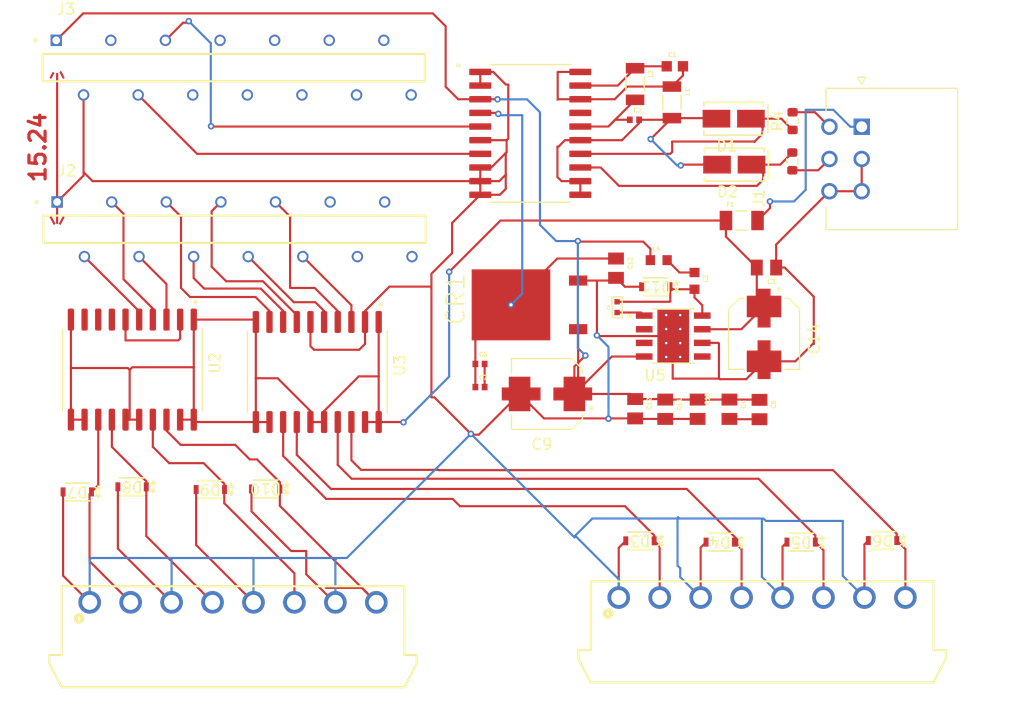
<source format=kicad_pcb>
(kicad_pcb (version 20241229) (generator "pcbnew") (generator_version "9.0")
  (layers (0 "F.Cu" signal) (2 "B.Cu" signal) (13 "F.Paste" user) (15 "B.Paste" user) (5 "F.SilkS" user "F.Silkscreen") (7 "B.SilkS" user "B.Silkscreen") (1 "F.Mask" user) (3 "B.Mask" user) (25 "Edge.Cuts" user))
  (net 0 "")
  (net 1 "/GNDCanx")
  (net 2 "/VCC50CANx")
  (net 3 "/VCC50CAN")
  (net 4 "/GNDCan")
  (net 5 "+5")
  (net 6 "+3.3")
  (net 7 "/CaNHi")
  (net 8 "/CaNLi")
  (net 9 "Net-(D3-K)")
  (net 10 "GND")
  (net 11 "Net-(D4-K)")
  (net 12 "Net-(D5-K)")
  (net 13 "Net-(D6-K)")
  (net 14 "Net-(D7-K)")
  (net 15 "Net-(D8-K)")
  (net 16 "Net-(D9-K)")
  (net 17 "Net-(D10-K)")
  (net 18 "Net-(D11-K)")
  (net 19 "+12")
  (net 20 "Net-(F1-Pad2)")
  (net 21 "/CaNL")
  (net 22 "/CaNH")
  (net 23 "/CANRX")
  (net 24 "/CANTX")
  (net 25 "/AuxCAN")
  (net 28 "Net-(U5-BOOT)")
  (net 30 "Net-(C4-Pad2)")
  (net 31 "Net-(L3-Pad1)")
  (net 32 "Net-(U2-GND1{slash}2)")
  (net 34 "Net-(U2-IN2)")
  (net 37 "Net-(U2-IN1)")
  (net 38 "Net-(U2-ST1{slash}2)")
  (net 39 "Net-(U3-IN3)")
  (net 40 "Net-(U3-ST1{slash}2)")
  (net 41 "Net-(U3-IN4)")
  (net 42 "Net-(U3-ST3{slash}4)")
  (net 43 "Net-(U3-IN1)")
  (net 44 "Net-(U3-IN2)")
  (footprint "Resistor_SMD:R_0603_1608Metric" (layer "F.Cu") (at 137.2046 82.375 -90)
    (property "Reference" "R3" (hide yes))
    (property "Value" "10R")
  )
  (footprint "LQM18FN100M00D:INDC1608X90N" (layer "F.Cu") (at 128.1016 93.4906 -90)
    (property "Reference" "L3")
    (property "Value" "L")
  )
  (footprint "RRE02VTM4SFHTR:DIO_RRE02VSM_ROM" (layer "F.Cu") (at 138.025 117.8 180)
    (property "Reference" "D5")
    (property "Value" "D")
  )
  (footprint "691305340008:691305340008" (layer "F.Cu") (at 85.165 123.4)
    (property "Reference" "J4" (hide yes))
    (property "Value" "691305340008")
  )
  (footprint "LQM18FN100M00D:INDC1608X90N" (layer "F.Cu") (at 124.7766 91.5606)
    (property "Reference" "L4")
    (property "Value" "L")
  )
  (footprint "Resistor_SMD:R_0603_1608Metric" (layer "F.Cu") (at 137.2296 78.625 90)
    (property "Reference" "R4")
    (property "Value" "R8" (hide yes))
  )
  (footprint "RRE02VTM4SFHTR:DIO_RRE02VSM_ROM" (layer "F.Cu") (at 124.5016 94.0356 180)
    (property "Reference" "D11")
    (property "Value" "D")
  )
  (footprint "Cap10U:CAPC2012X145N" (layer "F.Cu") (at 122.5766 105.3856 -90)
    (property "Reference" "C12")
    (property "Value" "C")
  )
  (footprint "C1F-5:FUSC3215X83N" (layer "F.Cu") (at 132.5 87.875)
    (property "Reference" "F1")
    (property "Value" "Fuse")
  )
  (footprint "Cap10U:CAPC2012X145N" (layer "F.Cu") (at 131.3516 105.4356 -90)
    (property "Reference" "C4")
    (property "Value" "10U")
  )
  (footprint "GRT155C80J105KE01J:CAPC1005X55N" (layer "F.Cu") (at 122.518 78.5)
    (property "Reference" "C2")
    (property "Value" "1U")
  )
  (footprint "BTS716GB:SOIC127P1032X265-20N" (layer "F.Cu") (at 75.8 101.7475 -90)
    (property "Reference" "U2")
    (property "Value" "BTS716GB")
  )
  (footprint "EEEFT1V101AV:CAP_EEEFT1V101AV" (layer "F.Cu") (at 134.575 98.425 -90)
    (property "Reference" "C14")
    (property "Value" "C_Polarized_US" (hide yes))
  )
  (footprint "Cap10U:CAPC2012X145N" (layer "F.Cu") (at 128.3926 105.4356 -90)
    (property "Reference" "C10")
    (property "Value" "C")
  )
  (footprint "LM22676MRE-5.0_NOPB:VREG_LM5017MR_NOPB" (layer "F.Cu") (at 126.125 98.625)
    (property "Reference" "U5")
    (property "Value" "LM22676MRE-5.0/NOPB" (hide yes))
  )
  (footprint "RRE02VTM4SFHTR:DIO_RRE02VSM_ROM" (layer "F.Cu") (at 130.5 117.8 180)
    (property "Reference" "D4")
    (property "Value" "D")
  )
  (footprint "BCS:SAMTEC_BCS-114-L-S-PE-BE" (layer "F.Cu") (at 85.23 73.65)
    (property "Reference" "J3")
    (property "Value" "BCS-114-L-S-PE-BE" (hide yes))
  )
  (footprint "BTS716GB:SOIC127P1032X265-20N" (layer "F.Cu") (at 93.005 101.97 -90)
    (property "Reference" "U3")
    (property "Value" "BTS716GB")
  )
  (footprint "691305340008:691305340008" (layer "F.Cu") (at 134.39 122.95)
    (property "Reference" "J5" (hide yes))
    (property "Value" "691305340008")
  )
  (footprint "WCAP-CSGP_0402:WCAP-CSGP_0402" (layer "F.Cu") (at 120.9016 95.9356 90)
    (property "Reference" "C8")
    (property "Value" "100N")
  )
  (footprint "RRE02VTM4SFHTR:DIO_RRE02VSM_ROM" (layer "F.Cu") (at 75.775 112.65 180)
    (property "Reference" "D8")
    (property "Value" "D")
  )
  (footprint "BCS:SAMTEC_BCS-114-L-S-PE-BE" (layer "F.Cu") (at 85.31 88.69)
    (property "Reference" "J2")
    (property "Value" "BCS-114-L-S-PE-BE" (hide yes))
  )
  (footprint "SMAJ36CA:SMASERIES-M" (layer "F.Cu") (at 131.75 78.4 180)
    (property "Reference" "D1")
    (property "Value" "SMAJ36CA" (hide yes))
  )
  (footprint "MolexConnector:MOLEX_430450601" (layer "F.Cu") (at 143.66075 79.15 90)
    (property "Reference" "J1")
    (property "Value" "430450601" (hide yes))
  )
  (footprint "GRT155C80J105KE01J:CAPC1005X55N" (layer "F.Cu") (at 108.1462 101.2212)
    (property "Reference" "C6")
    (property "Value" "1U")
  )
  (footprint "RN73C2B100RBTDF:RESC3015X65N" (layer "F.Cu") (at 122.575 75.175 -90)
    (property "Reference" "L2")
    (property "Value" "100BR")
  )
  (footprint "Cap10U:CAPC2012X145N" (layer "F.Cu") (at 134.1516 105.4606 -90)
    (property "Reference" "C5")
    (property "Value" "10U")
  )
  (footprint "Cap10U:CAPC2012X145N" (layer "F.Cu") (at 134.8 92.25 180)
    (property "Reference" "C3")
    (property "Value" "C")
  )
  (footprint "GRT155C80J105KE01J:CAPC1005X55N" (layer "F.Cu") (at 108.1462 103.3712)
    (property "Reference" "C7")
    (property "Value" "1U")
  )
  (footprint "SMAJ36CA:SMASERIES-M" (layer "F.Cu") (at 131.8046 82.675 180)
    (property "Reference" "D2")
    (property "Value" "SMAJ36CA" (hide yes))
  )
  (footprint "RRE02VTM4SFHTR:DIO_RRE02VSM_ROM" (layer "F.Cu") (at 70.675 113.125 180)
    (property "Reference" "D7")
    (property "Value" "D")
  )
  (footprint "Cap10U:CAPC2012X145N" (layer "F.Cu") (at 125.3766 105.4356 -90)
    (property "Reference" "C11")
    (property "Value" "C")
  )
  (footprint "RRE02VTM4SFHTR:DIO_RRE02VSM_ROM" (layer "F.Cu") (at 83.0542 112.9 180)
    (property "Reference" "D9")
    (property "Value" "D")
  )
  (footprint "GRM188R61E475KE11D:CAPC1608X95N" (layer "F.Cu") (at 126.275 73.525)
    (property "Reference" "C1")
    (property "Value" "4U7")
  )
  (footprint "LF33CDT-TR:TO228P972X240-3N" (layer "F.Cu") (at 111.1806 95.7212 90)
    (property "Reference" "CR1")
    (property "Value" "LF33CDT-TR" (hide yes))
  )
  (footprint "EEEFT1V101AV:CAP_EEEFT1V101AV" (layer "F.Cu") (at 114.3766 104.0106 180)
    (property "Reference" "C9")
    (property "Value" "C_Polarized_US" (hide yes))
  )
  (footprint "RRE02VTM4SFHTR:DIO_RRE02VSM_ROM" (layer "F.Cu") (at 88.2042 112.85 180)
    (property "Reference" "D10")
    (property "Value" "D")
  )
  (footprint "Cap10U:CAPC2012X145N" (layer "F.Cu") (at 120.8016 92.3106 -90)
    (property "Reference" "C13")
    (property "Value" "C")
  )
  (footprint "RN73C2B100RBTDF:RESC3015X65N" (layer "F.Cu") (at 126 76.88 -90)
    (property "Reference" "L1")
    (property "Value" "100BR")
  )
  (footprint "ADM3057EBRWZ:SOIC127P1032X265-20N" (layer "F.Cu") (at 112.825 79.765)
    (property "Reference" "U4" (hide yes))
    (property "Value" "ADM3057EBRWZ")
  )
  (footprint "RRE02VTM4SFHTR:DIO_RRE02VSM_ROM" (layer "F.Cu") (at 123.0292 117.675 180)
    (property "Reference" "D3")
    (property "Value" "D")
  )
  (footprint "RRE02VTM4SFHTR:DIO_RRE02VSM_ROM" (layer "F.Cu") (at 145.6 117.65 180)
    (property "Reference" "D6")
    (property "Value" "D")
  )
  (dimension (type orthogonal) (layer "F.Cu") (pts (xy 68.8 73.45) (xy 68.8 88.69)) (height 0) (orientation 1) (format (prefix "") (suffix "") (units 3) (units_format 0) (precision 4) (suppress_zeroes yes)) (style (thickness 0.2) (arrow_length 1.27) (text_position_mode 0) (arrow_direction outward) (extension_height 0.58642) (extension_offset 0.5) (keep_text_aligned yes)) (gr_text "15.24" (at 67 81.07 90) (layer "F.Cu") (effects (font (size 1.5 1.5) (thickness 0.3)))))
  (segment (start 115.4 74.05) (end 115.375 74.075) (width 0.2) (layer "F.Cu") (net 1))
  (segment (start 115.41 76.59) (end 117.48 76.59) (width 0.2) (layer "F.Cu") (net 1))
  (segment (start 121.858 75.41) (end 126 75.41) (width 0.2) (layer "F.Cu") (net 1))
  (segment (start 127.03 73.525) (end 127.03 74.38) (width 0.2) (layer "F.Cu") (net 1))
  (segment (start 127.03 74.38) (end 126 75.41) (width 0.2) (layer "F.Cu") (net 1))
  (segment (start 115.375 76.625) (end 115.41 76.59) (width 0.2) (layer "F.Cu") (net 1))
  (segment (start 115.375 74.075) (end 115.375 76.625) (width 0.2) (layer "F.Cu") (net 1))
  (segment (start 117.48 76.59) (end 120.678 76.59) (width 0.2) (layer "F.Cu") (net 1))
  (segment (start 120.678 76.59) (end 121.858 75.41) (width 0.2) (layer "F.Cu") (net 1))
  (segment (start 117.48 74.05) (end 115.4 74.05) (width 0.2) (layer "F.Cu") (net 1))
  (segment (start 117.48 75.32) (end 120.96 75.32) (width 0.2) (layer "F.Cu") (net 2))
  (segment (start 122.755 73.525) (end 122.575 73.705) (width 0.2) (layer "F.Cu") (net 2))
  (segment (start 125.52 73.525) (end 122.755 73.525) (width 0.2) (layer "F.Cu") (net 2))
  (segment (start 120.96 75.32) (end 122.575 73.705) (width 0.2) (layer "F.Cu") (net 2))
  (segment (start 120.1975 79.0225) (end 120.72 78.5) (width 0.2) (layer "F.Cu") (net 3))
  (segment (start 122.575 76.645) (end 120.1975 79.0225) (width 0.2) (layer "F.Cu") (net 3))
  (segment (start 120.72 78.5) (end 122.086 78.5) (width 0.2) (layer "F.Cu") (net 3))
  (segment (start 120.1975 79.0225) (end 120.09 79.13) (width 0.2) (layer "F.Cu") (net 3))
  (segment (start 120.09 79.13) (end 117.48 79.13) (width 0.2) (layer "F.Cu") (net 3))
  (segment (start 122.95 78.5) (end 125.85 78.5) (width 0.2) (layer "F.Cu") (net 4))
  (segment (start 115.35 81) (end 115.45 81) (width 0.2) (layer "F.Cu") (net 4))
  (segment (start 115.45 81) (end 116.05 80.4) (width 0.2) (layer "F.Cu") (net 4))
  (segment (start 130.2 82.675) (end 126.9 82.675) (width 0.2) (layer "F.Cu") (net 4))
  (segment (start 124.025 80.3) (end 125.975 78.35) (width 0.2) (layer "F.Cu") (net 4))
  (segment (start 115.35 83.825) (end 115.35 81) (width 0.2) (layer "F.Cu") (net 4))
  (segment (start 117.48 80.4) (end 121.358 80.4) (width 0.2) (layer "F.Cu") (net 4))
  (segment (start 130.0954 78.35) (end 130.1454 78.4) (width 0.2) (layer "F.Cu") (net 4))
  (segment (start 117.48 84.21) (end 115.735 84.21) (width 0.2) (layer "F.Cu") (net 4))
  (segment (start 117.48 84.21) (end 117.48 85.48) (width 0.2) (layer "F.Cu") (net 4))
  (segment (start 125.85 78.5) (end 126 78.35) (width 0.2) (layer "F.Cu") (net 4))
  (segment (start 121.358 80.4) (end 122.95 78.808) (width 0.2) (layer "F.Cu") (net 4))
  (segment (start 115.735 84.21) (end 115.35 83.825) (width 0.2) (layer "F.Cu") (net 4))
  (segment (start 122.95 78.808) (end 122.95 78.5) (width 0.2) (layer "F.Cu") (net 4))
  (segment (start 126 78.35) (end 130.0954 78.35) (width 0.2) (layer "F.Cu") (net 4))
  (segment (start 125.975 78.35) (end 126 78.35) (width 0.2) (layer "F.Cu") (net 4))
  (segment (start 126.9 82.675) (end 126.825 82.75) (width 0.2) (layer "F.Cu") (net 4))
  (segment (start 116.05 80.4) (end 117.48 80.4) (width 0.2) (layer "F.Cu") (net 4))
  (via (at 124.025 80.3) (size 0.6) (drill 0.3) (layers "F.Cu" "B.Cu") (net 4))
  (via (at 126.825 82.75) (size 0.6) (drill 0.3) (layers "F.Cu" "B.Cu") (net 4))
  (segment (start 126.475 82.75) (end 124.025 80.3) (width 0.2) (layer "B.Cu") (net 4))
  (segment (start 126.825 82.75) (end 126.475 82.75) (width 0.2) (layer "B.Cu") (net 4))
  (segment (start 109.765 76.59) (end 109.775 76.6) (width 0.2) (layer "F.Cu") (net 5))
  (segment (start 68.72 71.11) (end 71.23 68.6) (width 0.2) (layer "F.Cu") (net 5))
  (segment (start 117.2766 103.6606) (end 116.9266 104.0106) (width 0.2) (layer "F.Cu") (net 5))
  (segment (start 123.9966 91.5606) (end 123.9966 90.5056) (width 0.2) (layer "F.Cu") (net 5))
  (segment (start 122.5766 104.4856) (end 125.3266 104.4856) (width 0.2) (layer "F.Cu") (net 5))
  (segment (start 104.95 75.425) (end 106.115 76.59) (width 0.2) (layer "F.Cu") (net 5))
  (segment (start 120.4072 100.53) (end 116.9266 104.0106) (width 0.2) (layer "F.Cu") (net 5))
  (segment (start 71.23 68.6) (end 103.75 68.6) (width 0.2) (layer "F.Cu") (net 5))
  (segment (start 125.3266 104.4856) (end 125.3766 104.5356) (width 0.2) (layer "F.Cu") (net 5))
  (segment (start 116.9266 101.4606) (end 116.9266 104.0106) (width 0.2) (layer "F.Cu") (net 5))
  (segment (start 117.9516 100.4356) (end 116.9266 101.4606) (width 0.2) (layer "F.Cu") (net 5))
  (segment (start 123.425 100.53) (end 120.4072 100.53) (width 0.2) (layer "F.Cu") (net 5))
  (segment (start 108.17 76.59) (end 109.765 76.59) (width 0.2) (layer "F.Cu") (net 5))
  (segment (start 128.3926 104.5356) (end 131.3516 104.5356) (width 0.2) (layer "F.Cu") (net 5))
  (segment (start 116.9266 104.0106) (end 122.1016 104.0106) (width 0.2) (layer "F.Cu") (net 5))
  (segment (start 123.3266 89.8356) (end 117.3016 89.8356) (width 0.2) (layer "F.Cu") (net 5))
  (segment (start 104.95 69.8) (end 104.95 75.425) (width 0.2) (layer "F.Cu") (net 5))
  (segment (start 123.9966 90.5056) (end 123.3266 89.8356) (width 0.2) (layer "F.Cu") (net 5))
  (segment (start 117.3016 89.8356) (end 117.2516 89.7856) (width 0.2) (layer "F.Cu") (net 5))
  (segment (start 122.1016 104.0106) (end 122.5766 104.4856) (width 0.2) (layer "F.Cu") (net 5))
  (segment (start 125.3766 104.5356) (end 128.3926 104.5356) (width 0.2) (layer "F.Cu") (net 5))
  (segment (start 131.3516 104.5356) (end 134.1266 104.5356) (width 0.2) (layer "F.Cu") (net 5))
  (segment (start 117.2766 97.9818) (end 117.2766 103.6606) (width 0.2) (layer "F.Cu") (net 5))
  (segment (start 103.75 68.6) (end 104.95 69.8) (width 0.2) (layer "F.Cu") (net 5))
  (segment (start 106.115 76.59) (end 108.17 76.59) (width 0.2) (layer "F.Cu") (net 5))
  (segment (start 134.1266 104.5356) (end 134.1516 104.5606) (width 0.2) (layer "F.Cu") (net 5))
  (via (at 117.2516 89.7856) (size 0.6) (drill 0.3) (layers "F.Cu" "B.Cu") (net 5))
  (via (at 109.775 76.6) (size 0.6) (drill 0.3) (layers "F.Cu" "B.Cu") (net 5))
  (via (at 117.9516 100.4356) (size 0.6) (drill 0.3) (layers "F.Cu" "B.Cu") (net 5))
  (segment (start 117.2516 89.7856) (end 117.2516 99.7356) (width 0.2) (layer "B.Cu") (net 5))
  (segment (start 113.725 77.8) (end 113.725 88.275) (width 0.2) (layer "B.Cu") (net 5))
  (segment (start 117.2516 99.7356) (end 117.9516 100.4356) (width 0.2) (layer "B.Cu") (net 5))
  (segment (start 115.2356 89.7856) (end 117.2516 89.7856) (width 0.2) (layer "B.Cu") (net 5))
  (segment (start 113.725 88.275) (end 115.2356 89.7856) (width 0.2) (layer "B.Cu") (net 5))
  (segment (start 112.525 76.6) (end 113.725 77.8) (width 0.2) (layer "B.Cu") (net 5))
  (segment (start 109.775 76.6) (end 112.525 76.6) (width 0.2) (layer "B.Cu") (net 5))
  (segment (start 115.3388 91.4106) (end 111.0282 95.7212) (width 0.2) (layer "F.Cu") (net 6))
  (segment (start 120.8016 91.4106) (end 115.3388 91.4106) (width 0.2) (layer "F.Cu") (net 6))
  (segment (start 107.7142 101.2212) (end 107.7142 99.0352) (width 0.2) (layer "F.Cu") (net 6))
  (segment (start 107.7142 103.3712) (end 107.7142 101.2212) (width 0.2) (layer "F.Cu") (net 6))
  (segment (start 108.17 77.86) (end 109.76 77.86) (width 0.2) (layer "F.Cu") (net 6))
  (segment (start 107.7142 99.0352) (end 111.0282 95.7212) (width 0.2) (layer "F.Cu") (net 6))
  (segment (start 109.76 77.86) (end 109.85 77.95) (width 0.2) (layer "F.Cu") (net 6))
  (via (at 109.85 77.95) (size 0.6) (drill 0.3) (layers "F.Cu" "B.Cu") (net 6))
  (via (at 111.0282 95.7212) (size 0.6) (drill 0.3) (layers "F.Cu" "B.Cu") (net 6))
  (segment (start 112.075 94.6744) (end 111.0282 95.7212) (width 0.2) (layer "B.Cu") (net 6))
  (segment (start 109.975 78.075) (end 112.075 78.075) (width 0.2) (layer "B.Cu") (net 6))
  (segment (start 109.85 77.95) (end 109.975 78.075) (width 0.2) (layer "B.Cu") (net 6))
  (segment (start 112.075 78.075) (end 112.075 94.6744) (width 0.2) (layer "B.Cu") (net 6))
  (segment (start 134.4418 79.788036) (end 134.4418 79.234464) (width 0.2) (layer "F.Cu") (net 7))
  (segment (start 133.679836 80.55) (end 134.4418 79.788036) (width 0.2) (layer "F.Cu") (net 7))
  (segment (start 133.625 80.525) (end 133.65 80.55) (width 0.2) (layer "F.Cu") (net 7))
  (segment (start 134.4418 79.234464) (end 133.607336 78.4) (width 0.2) (layer "F.Cu") (net 7))
  (segment (start 133.607336 78.4) (end 133.3546 78.4) (width 0.2) (layer "F.Cu") (net 7))
  (segment (start 137.2296 79.45) (end 136.1796 78.4) (width 0.2) (layer "F.Cu") (net 7))
  (segment (start 133.65 80.55) (end 133.679836 80.55) (width 0.2) (layer "F.Cu") (net 7))
  (segment (start 117.48 81.67) (end 125.8478 81.67) (width 0.2) (layer "F.Cu") (net 7))
  (segment (start 125.8478 81.67) (end 126.025 81.4928) (width 0.2) (layer "F.Cu") (net 7))
  (segment (start 126.025 81.4928) (end 126.025 80.525) (width 0.2) (layer "F.Cu") (net 7))
  (segment (start 126.025 80.525) (end 133.625 80.525) (width 0.2) (layer "F.Cu") (net 7))
  (segment (start 136.1796 78.4) (end 133.3546 78.4) (width 0.2) (layer "F.Cu") (net 7))
  (segment (start 133.909436 84.65) (end 121.075 84.65) (width 0.2) (layer "F.Cu") (net 8))
  (segment (start 134.4964 83.509464) (end 134.4964 84.063036) (width 0.2) (layer "F.Cu") (net 8))
  (segment (start 137.2046 81.55) (end 136.0796 82.675) (width 0.2) (layer "F.Cu") (net 8))
  (segment (start 136.0796 82.675) (end 133.4092 82.675) (width 0.2) (layer "F.Cu") (net 8))
  (segment (start 119.365 82.94) (end 117.48 82.94) (width 0.2) (layer "F.Cu") (net 8))
  (segment (start 133.4092 82.675) (end 133.661936 82.675) (width 0.2) (layer "F.Cu") (net 8))
  (segment (start 121.075 84.65) (end 119.365 82.94) (width 0.2) (layer "F.Cu") (net 8))
  (segment (start 134.4964 84.063036) (end 133.909436 84.65) (width 0.2) (layer "F.Cu") (net 8))
  (segment (start 133.661936 82.675) (end 134.4964 83.509464) (width 0.2) (layer "F.Cu") (net 8))
  (segment (start 105.6 113.775) (end 93.825 113.775) (width 0.2) (layer "F.Cu") (net 9))
  (segment (start 124.865 118.19) (end 124.35 117.675) (width 0.2) (layer "F.Cu") (net 9))
  (segment (start 89.83 109.78) (end 89.83 106.625) (width 0.2) (layer "F.Cu") (net 9))
  (segment (start 124.865 122.95) (end 124.865 118.19) (width 0.2) (layer "F.Cu") (net 9))
  (segment (start 93.825 113.775) (end 89.83 109.78) (width 0.2) (layer "F.Cu") (net 9))
  (segment (start 121.640336 114.4542) (end 106.2792 114.4542) (width 0.2) (layer "F.Cu") (net 9))
  (segment (start 124.35 117.163864) (end 121.640336 114.4542) (width 0.2) (layer "F.Cu") (net 9))
  (segment (start 106.2792 114.4542) (end 105.6 113.775) (width 0.2) (layer "F.Cu") (net 9))
  (segment (start 124.35 117.675) (end 124.35 117.163864) (width 0.2) (layer "F.Cu") (net 9))
  (segment (start 119.0266 98.5606) (end 119.0266 98.4356) (width 0.2) (layer "F.Cu") (net 10))
  (segment (start 108.0372 107.8) (end 107.375 107.8) (width 0.2) (layer "F.Cu") (net 10))
  (segment (start 125.3766 106.3356) (end 122.6266 106.3356) (width 0.2) (layer "F.Cu") (net 10))
  (segment (start 108.17 84.525) (end 108.17 84.21) (width 0.2) (layer "F.Cu") (net 10))
  (segment (start 97.45 97.315) (end 97.45 96.290001) (width 0.2) (layer "F.Cu") (net 10))
  (segment (start 121.055 122.95) (end 121.055 118.3284) (width 0.2) (layer "F.Cu") (net 10))
  (segment (start 114.1016 106.2856) (end 111.8266 104.0106) (width 0.2) (layer "F.Cu") (net 10))
  (segment (start 69.3542 120.9242) (end 71.83 123.4) (width 0.2) (layer "F.Cu") (net 10))
  (segment (start 97.45 99.35) (end 97.45 97.315) (width 0.2) (layer "F.Cu") (net 10))
  (segment (start 143.915 122.95) (end 143.915 118.0142) (width 0.2) (layer "F.Cu") (net 10))
  (segment (start 139.2016 94.9606) (end 139.2016 99.3606) (width 0.2) (layer "F.Cu") (net 10))
  (segment (start 122.5766 106.2856) (end 114.1016 106.2856) (width 0.2) (layer "F.Cu") (net 10))
  (segment (start 135.7 90.11075) (end 140.66075 85.15) (width 0.2) (layer "F.Cu") (net 10))
  (segment (start 90.575 118.625) (end 91.975 118.625) (width 0.2) (layer "F.Cu") (net 10))
  (segment (start 96.9 99.9) (end 97.45 99.35) (width 0.2) (layer "F.Cu") (net 10))
  (segment (start 110.775 80.25) (end 110.775 75.225) (width 0.2) (layer "F.Cu") (net 10))
  (segment (start 136.295 122.95) (end 136.295 118.2092) (width 0.2) (layer "F.Cu") (net 10))
  (segment (start 119.0266 93.4606) (end 120.5516 93.4606) (width 0.2) (layer "F.Cu") (net 10))
  (segment (start 107.3 107.725) (end 103.9 104.325) (width 0.2) (layer "F.Cu") (net 10))
  (segment (start 103.625 92.825) (end 105.55 90.9) (width 0.2) (layer "F.Cu") (net 10))
  (segment (start 126.0766 98.6734) (end 126.0766 102.5856) (width 0.2) (layer "F.Cu") (net 10))
  (segment (start 137.4872 100.975) (end 134.575 100.975) (width 0.2) (layer "F.Cu") (net 10))
  (segment (start 121.055 118.3284) (end 121.7084 117.675) (width 0.2) (layer "F.Cu") (net 10))
  (segment (start 99.715001 94.025) (end 103.625 94.025) (width 0.2) (layer "F.Cu") (net 10))
  (segment (start 119.0266 93.4606) (end 119.0266 98.5606) (width 0.2) (layer "F.Cu") (net 10))
  (segment (start 134.575 100.975) (end 132.9144 102.6356) (width 0.2) (layer "F.Cu") (net 10))
  (segment (start 108.17 85.48) (end 108.17 84.525) (width 0.2) (layer "F.Cu") (net 10))
  (segment (start 69.3542 113.125) (end 69.3542 120.9242) (width 0.2) (layer "F.Cu") (net 10))
  (segment (start 91.975 120.782) (end 94.593 123.4) (width 0.2) (layer "F.Cu") (net 10))
  (segment (start 130.3266 102.5856) (end 130.3766 102.5356) (width 0.2) (layer "F.Cu") (net 10))
  (segment (start 132.9144 102.6356) (end 130.4766 102.6356) (width 0.2) (layer "F.Cu") (net 10))
  (segment (start 74.4542 112.65) (end 74.4542 118.4042) (width 0.2) (layer "F.Cu") (net 10))
  (segment (start 108.17 84.525) (end 108.17 82.94) (width 0.2) (layer "F.Cu") (net 10))
  (segment (start 109.194999 82.94) (end 108.17 82.94) (width 0.2) (layer "F.Cu") (net 10))
  (segment (start 71.26 83.375) (end 72.095 84.21) (width 0.2) (layer "F.Cu") (net 10))
  (segment (start 119.091 98.625) (end 126.125 98.625) (width 0.2) (layer "F.Cu") (net 10))
  (segment (start 92.37 99.57) (end 92.7 99.9) (width 0.2) (layer "F.Cu") (net 10))
  (segment (start 130.4766 102.6356) (end 130.3766 102.5356) (width 0.2) (layer "F.Cu") (net 10))
  (segment (start 71.26 83.375) (end 71.26 83.69) (width 0.2) (layer "F.Cu") (net 10))
  (segment (start 92.37 97.315) (end 92.37 99.57) (width 0.2) (layer "F.Cu") (net 10))
  (segment (start 81.7334 112.9) (end 81.7334 118.0634) (width 0.2) (layer "F.Cu") (net 10))
  (segment (start 86.8834 114.9334) (end 90.575 118.625) (width 0.2) (layer "F.Cu") (net 10))
  (segment (start 135.7 92.25) (end 136.491 92.25) (width 0.2) (layer "F.Cu") (net 10))
  (segment (start 94.593 123.4) (end 94.69 123.4) (width 0.2) (layer "F.Cu") (net 10))
  (segment (start 109.94 84.21) (end 108.17 84.21) (width 0.2) (layer "F.Cu") (net 10))
  (segment (start 74.4542 118.4042) (end 79.45 123.4) (width 0.2) (layer "F.Cu") (net 10))
  (segment (start 110.625 80.4) (end 110.775 80.25) (width 0.2) (layer "F.Cu") (net 10))
  (segment (start 128.3926 106.3356) (end 125.3766 106.3356) (width 0.2) (layer "F.Cu") (net 10))
  (segment (start 72.095 84.21) (end 108.17 84.21) (width 0.2) (layer "F.Cu") (net 10))
  (segment (start 110.542499 81.592499) (end 110.542499 83.607501) (width 0.2) (layer "F.Cu") (net 10))
  (segment (start 109.995 85.48) (end 108.17 85.48) (width 0.2) (layer "F.Cu") (net 10))
  (segment (start 121.6266 94.0356) (end 120.8016 93.2106) (width 0.2) (layer "F.Cu") (net 10))
  (segment (start 120.5516 93.4606) (end 120.8016 93.2106) (width 0.2) (layer "F.Cu") (net 10))
  (segment (start 110.625 81.509999) (end 110.542499 81.592499) (width 0.2) (layer "F.Cu") (net 10))
  (segment (start 139.1016 99.3606) (end 137.4872 100.975) (width 0.2) (layer "F.Cu") (net 10))
  (segment (start 105.55 88.1) (end 108.17 85.48) (width 0.2) (layer "F.Cu") (net 10))
  (segment (start 71.26 76.19) (end 71.26 83.375) (width 0.2) (layer "F.Cu") (net 10))
  (segment (start 117.2766 93.4606) (end 119.0266 93.4606) (width 0.2) (layer "F.Cu") (net 10))
  (segment (start 135.7 92.25) (end 135.7 90.11075) (width 0.2) (layer "F.Cu") (net 10))
  (segment (start 143.66075 85.15) (end 140.66075 85.15) (width 0.2) (layer "F.Cu") (net 10))
  (segment (start 97.45 96.290001) (end 99.715001 94.025) (width 0.2) (layer "F.Cu") (net 10))
  (segment (start 110.542499 83.607501) (end 110.542499 84.932501) (width 0.2) (layer "F.Cu") (net 10))
  (segment (start 103.625 104.325) (end 103.625 94.2) (width 0.2) (layer "F.Cu") (net 10))
  (segment (start 122.6266 106.3356) (end 122.5766 106.2856) (width 0.2) (layer "F.Cu") (net 10))
  (segment (start 108.17 75.32) (end 108.17 74.05) (width 0.2) (layer "F.Cu") (net 10))
  (segment (start 103.625 94.2) (end 103.625 94.025) (width 0.2) (layer "F.Cu") (net 10))
  (segment (start 110.542499 81.592499) (end 109.194999 82.94) (width 0.2) (layer "F.Cu") (net 10))
  (segment (start 110.625 80.4) (end 110.625 81.509999) (width 0.2) (layer "F.Cu") (net 10))
  (segment (start 128.675 118.3042) (end 129.1792 117.8) (width 0.2) (layer "F.Cu") (net 10))
  (segment (start 110.542499 83.607501) (end 109.94 84.21) (width 0.2) (layer "F.Cu") (net 10))
  (segment (start 136.295 118.2092) (end 136.7042 117.8) (width 0.2) (layer "F.Cu") (net 10))
  (segment (start 130.326 99.26) (end 128.825 99.26) (width 0.2) (layer "F.Cu") (net 10))
  (segment (start 110.55 75.225) (end 109.375 74.05) (width 0.2) (layer "F.Cu") (net 10))
  (segment (start 126.0766 102.5856) (end 130.3266 102.5856) (width 0.2) (layer "F.Cu") (net 10))
  (segment (start 130.3766 99.3106) (end 130.326 99.26) (width 0.2) (layer "F.Cu") (net 10))
  (segment (start 109.375 74.05) (end 108.17 74.05) (width 0.2) (layer "F.Cu") (net 10))
  (segment (start 71.26 83.69) (end 68.8 86.15) (width 0.2) (layer "F.Cu") (net 10))
  (segment (start 103.625 94.2) (end 103.625 92.825) (width 0.2) (layer "F.Cu") (net 10))
  (segment (start 139.2016 99.3606) (end 139.1016 99.3606) (width 0.2) (layer "F.Cu") (net 10))
  (segment (start 111.8266 104.0106) (end 108.0372 107.8) (width 0.2) (layer "F.Cu") (net 10))
  (segment (start 91.975 118.625) (end 91.975 120.782) (width 0.2) (layer "F.Cu") (net 10))
  (segment (start 130.3766 102.5356) (end 130.3766 99.3106) (width 0.2) (layer "F.Cu") (net 10))
  (segment (start 110.542499 84.932501) (end 109.995 85.48) (width 0.2) (layer "F.Cu") (net 10))
  (segment (start 105.55 90.9) (end 105.55 88.1) (width 0.2) (layer "F.Cu") (net 10))
  (segment (start 123.1808 94.0356) (end 121.6266 94.0356) (width 0.2) (layer "F.Cu") (net 10))
  (segment (start 86.8834 112.85) (end 86.8834 114.9334) (width 0.2) (layer "F.Cu") (net 10))
  (segment (start 119.0266 98.5606) (end 119.091 98.625) (width 0.2) (layer "F.Cu") (net 10))
  (segment (start 136.491 92.25) (end 139.2016 94.9606) (width 0.2) (layer "F.Cu") (net 10))
  (segment (start 107.375 107.8) (end 107.3 107.725) (width 0.2) (layer "F.Cu") (net 10))
  (segment (start 143.915 118.0142) (end 144.2792 117.65) (width 0.2) (layer "F.Cu") (net 10))
  (segment (start 108.17 80.4) (end 110.625 80.4) (width 0.2) (layer "F.Cu") (net 10))
  (segment (start 128.675 122.95) (end 128.675 118.3042) (width 0.2) (layer "F.Cu") (net 10))
  (segment (start 143.66075 82.15) (end 143.66075 85.15) (width 0.2) (layer "F.Cu") (net 10))
  (segment (start 110.775 75.225) (end 110.55 75.225) (width 0.2) (layer "F.Cu") (net 10))
  (segment (start 92.7 99.9) (end 96.9 99.9) (width 0.2) (layer "F.Cu") (net 10))
  (segment (start 103.9 104.325) (end 103.625 104.325) (width 0.2) (layer "F.Cu") (net 10))
  (segment (start 126.125 98.625) (end 126.0766 98.6734) (width 0.2) (layer "F.Cu") (net 10))
  (segment (start 81.7334 118.0634) (end 87.07 123.4) (width 0.2) (layer "F.Cu") (net 10))
  (via (at 119.0266 98.5606) (size 0.6) (drill 0.3) (layers "F.Cu" "B.Cu") (net 10))
  (via (at 120.1016 106.3106) (size 0.6) (drill 0.3) (layers "F.Cu" "B.Cu") (net 10))
  (via (at 107.3 107.725) (size 0.6) (drill 0.3) (layers "F.Cu" "B.Cu") (net 10))
  (segment (start 94.7 119.275) (end 95.75 119.275) (width 0.2) (layer "B.Cu") (net 10))
  (segment (start 120.1016 99.6356) (end 120.1016 106.3106) (width 0.2) (layer "B.Cu") (net 10))
  (segment (start 134.375 115.6) (end 126.7 115.6) (width 0.2) (layer "B.Cu") (net 10))
  (segment (start 94.69 119.435) (end 94.69 123.4) (width 0.2) (layer "B.Cu") (net 10))
  (segment (start 71.83 119.42) (end 71.975 119.275) (width 0.2) (layer "B.Cu") (net 10))
  (segment (start 118.6 115.6) (end 126.525 115.6) (width 0.2) (layer "B.Cu") (net 10))
  (segment (start 71.83 123.4) (end 71.83 119.42) (width 0.2) (layer "B.Cu") (net 10))
  (segment (start 126.525 119.975) (end 126.775 120.225) (width 0.2) (layer "B.Cu") (net 10))
  (segment (start 134.75 115.825) (end 134.525 115.6) (width 0.2) (layer "B.Cu") (net 10))
  (segment (start 126.7 115.6) (end 126.575 115.475) (width 0.2) (layer "B.Cu") (net 10))
  (segment (start 120.1016 106.3106) (end 120.1016 106.2106) (width 0.2) (layer "B.Cu") (net 10))
  (segment (start 87.07 123.4) (end 87.07 119.395) (width 0.2) (layer "B.Cu") (net 10))
  (segment (start 87.07 119.395) (end 86.95 119.275) (width 0.2) (layer "B.Cu") (net 10))
  (segment (start 141.9 120.935) (end 141.9 115.825) (width 0.2) (layer "B.Cu") (net 10))
  (segment (start 94.7 119.275) (end 94.775 119.35) (width 0.2) (layer "B.Cu") (net 10))
  (segment (start 94.775 119.35) (end 94.69 119.435) (width 0.2) (layer "B.Cu") (net 10))
  (segment (start 117 117.2) (end 118.6 115.6) (width 0.2) (layer "B.Cu") (net 10))
  (segment (start 79.45 123.4) (end 79.45 119.275) (width 0.2) (layer "B.Cu") (net 10))
  (segment (start 86.95 119.275) (end 94.7 119.275) (width 0.2) (layer "B.Cu") (net 10))
  (segment (start 134.375 121.03) (end 134.375 115.6) (width 0.2) (layer "B.Cu") (net 10))
  (segment (start 126.775 121.05) (end 128.675 122.95) (width 0.2) (layer "B.Cu") (net 10))
  (segment (start 119.0266 98.5606) (end 120.1016 99.6356) (width 0.2) (layer "B.Cu") (net 10))
  (segment (start 143.915 122.95) (end 141.9 120.935) (width 0.2) (layer "B.Cu") (net 10))
  (segment (start 121.055 121.255) (end 117 117.2) (width 0.2) (layer "B.Cu") (net 10))
  (segment (start 107.3 107.725) (end 116.95 117.375) (width 0.2) (layer "B.Cu") (net 10))
  (segment (start 121.055 122.95) (end 121.055 121.255) (width 0.2) (layer "B.Cu") (net 10))
  (segment (start 126.525 115.6) (end 126.525 119.975) (width 0.2) (layer "B.Cu") (net 10))
  (segment (start 95.75 119.275) (end 107.3 107.725) (width 0.2) (layer "B.Cu") (net 10))
  (segment (start 136.295 122.95) (end 134.375 121.03) (width 0.2) (layer "B.Cu") (net 10))
  (segment (start 141.9 115.825) (end 134.75 115.825) (width 0.2) (layer "B.Cu") (net 10))
  (segment (start 126.775 120.225) (end 126.775 121.05) (width 0.2) (layer "B.Cu") (net 10))
  (segment (start 71.975 119.275) (end 86.95 119.275) (width 0.2) (layer "B.Cu") (net 10))
  (segment (start 132.485 122.95) (end 132.485 118.4642) (width 0.2) (layer "F.Cu") (net 11))
  (segment (start 132.0729 117.540964) (end 127.381936 112.85) (width 0.2) (layer "F.Cu") (net 11))
  (segment (start 91.1 109.675) (end 91.1 106.625) (width 0.2) (layer "F.Cu") (net 11))
  (segment (start 132.0729 118.0521) (end 132.0729 117.540964) (width 0.2) (layer "F.Cu") (net 11))
  (segment (start 94.275 112.85) (end 91.1 109.675) (width 0.2) (layer "F.Cu") (net 11))
  (segment (start 132.0729 118.0521) (end 131.8208 117.8) (width 0.2) (layer "F.Cu") (net 11))
  (segment (start 127.381936 112.85) (end 94.275 112.85) (width 0.2) (layer "F.Cu") (net 11))
  (segment (start 132.485 118.4642) (end 132.0729 118.0521) (width 0.2) (layer "F.Cu") (net 11))
  (segment (start 140.105 118.5592) (end 139.3458 117.8) (width 0.2) (layer "F.Cu") (net 12))
  (segment (start 139.3458 117.8) (end 139.3458 117.1809) (width 0.2) (layer "F.Cu") (net 12))
  (segment (start 139.3458 117.1809) (end 134.0649 111.9) (width 0.2) (layer "F.Cu") (net 12))
  (segment (start 94.91 110.61) (end 94.91 106.625) (width 0.2) (layer "F.Cu") (net 12))
  (segment (start 140.105 122.95) (end 140.105 118.5592) (width 0.2) (layer "F.Cu") (net 12))
  (segment (start 134.0649 111.9) (end 96.2 111.9) (width 0.2) (layer "F.Cu") (net 12))
  (segment (start 96.2 111.9) (end 94.91 110.61) (width 0.2) (layer "F.Cu") (net 12))
  (segment (start 97.075 111.075) (end 104.3 111.075) (width 0.2) (layer "F.Cu") (net 13))
  (segment (start 146.9208 117.0309) (end 140.9899 111.1) (width 0.2) (layer "F.Cu") (net 13))
  (segment (start 146.9208 117.65) (end 146.9208 117.0309) (width 0.2) (layer "F.Cu") (net 13))
  (segment (start 147.725 118.4542) (end 146.9208 117.65) (width 0.2) (layer "F.Cu") (net 13))
  (segment (start 96.18 106.625) (end 96.18 110.18) (width 0.2) (layer "F.Cu") (net 13))
  (segment (start 147.725 122.95) (end 147.725 118.4542) (width 0.2) (layer "F.Cu") (net 13))
  (segment (start 96.18 110.18) (end 97.075 111.075) (width 0.2) (layer "F.Cu") (net 13))
  (segment (start 140.9899 111.1) (end 104.325 111.1) (width 0.2) (layer "F.Cu") (net 13))
  (segment (start 104.3 111.075) (end 104.325 111.1) (width 0.2) (layer "F.Cu") (net 13))
  (segment (start 71.8174 119.5774) (end 71.8174 113.325) (width 0.2) (layer "F.Cu") (net 14))
  (segment (start 72.625 112.4958) (end 71.9958 113.125) (width 0.2) (layer "F.Cu") (net 14))
  (segment (start 72.625 106.4025) (end 72.625 112.4958) (width 0.2) (layer "F.Cu") (net 14))
  (segment (start 75.64 123.4) (end 71.8174 119.5774) (width 0.2) (layer "F.Cu") (net 14))
  (segment (start 77.0958 117.2358) (end 83.26 123.4) (width 0.2) (layer "F.Cu") (net 15))
  (segment (start 77.0958 112.138864) (end 77.0958 112.65) (width 0.2) (layer "F.Cu") (net 15))
  (segment (start 73.895 106.4025) (end 73.895 108.938064) (width 0.2) (layer "F.Cu") (net 15))
  (segment (start 73.895 108.938064) (end 77.0958 112.138864) (width 0.2) (layer "F.Cu") (net 15))
  (segment (start 77.0958 112.65) (end 77.0958 117.2358) (width 0.2) (layer "F.Cu") (net 15))
  (segment (start 84.35 112.925) (end 84.35 114.175) (width 0.2) (layer "F.Cu") (net 16))
  (segment (start 84.375 112.9) (end 84.35 112.925) (width 0.2) (layer "F.Cu") (net 16))
  (segment (start 84.375 112.388864) (end 82.436136 110.45) (width 0.2) (layer "F.Cu") (net 16))
  (segment (start 82.436136 110.45) (end 79.225 110.45) (width 0.2) (layer "F.Cu") (net 16))
  (segment (start 89.9 123.4) (end 90.88 123.4) (width 0.2) (layer "F.Cu") (net 16))
  (segment (start 84.35 114.175) (end 90.88 120.705) (width 0.2) (layer "F.Cu") (net 16))
  (segment (start 84.375 112.9) (end 84.375 112.388864) (width 0.2) (layer "F.Cu") (net 16))
  (segment (start 90.88 120.705) (end 90.88 123.4) (width 0.2) (layer "F.Cu") (net 16))
  (segment (start 79.225 110.45) (end 77.705 108.93) (width 0.2) (layer "F.Cu") (net 16))
  (segment (start 77.705 108.93) (end 77.705 106.4025) (width 0.2) (layer "F.Cu") (net 16))
  (segment (start 89.525 112.85) (end 89.525 114.425) (width 0.2) (layer "F.Cu") (net 17))
  (segment (start 89.525 112.85) (end 89.525 112.2309) (width 0.2) (layer "F.Cu") (net 17))
  (segment (start 97.149 122.049) (end 98.5 123.4) (width 0.2) (layer "F.Cu") (net 17))
  (segment (start 80.297501 108.75) (end 78.975 107.427499) (width 0.2) (layer "F.Cu") (net 17))
  (segment (start 89.525 114.425) (end 98.5 123.4) (width 0.2) (layer "F.Cu") (net 17))
  (segment (start 85.375 108.75) (end 80.297501 108.75) (width 0.2) (layer "F.Cu") (net 17))
  (segment (start 89.525 112.2309) (end 87.3941 110.1) (width 0.2) (layer "F.Cu") (net 17))
  (segment (start 86.725 110.1) (end 85.375 108.75) (width 0.2) (layer "F.Cu") (net 17))
  (segment (start 87.3941 110.1) (end 86.725 110.1) (width 0.2) (layer "F.Cu") (net 17))
  (segment (start 93.8091 122.049) (end 97.149 122.049) (width 0.2) (layer "F.Cu") (net 17))
  (segment (start 78.975 107.427499) (end 78.975 106.4025) (width 0.2) (layer "F.Cu") (net 17))
  (segment (start 125.7266 95.4356) (end 120.9016 95.4356) (width 0.2) (layer "F.Cu") (net 18))
  (segment (start 128.1016 94.2706) (end 126.0574 94.2706) (width 0.2) (layer "F.Cu") (net 18))
  (segment (start 125.8516 94.0648) (end 125.8516 95.4106) (width 0.2) (layer "F.Cu") (net 18))
  (segment (start 128.825 95.759) (end 128.1016 95.0356) (width 0.2) (layer "F.Cu") (net 18))
  (segment (start 128.825 96.72) (end 128.825 95.759) (width 0.2) (layer "F.Cu") (net 18))
  (segment (start 128.1016 95.0356) (end 128.1016 94.2706) (width 0.2) (layer "F.Cu") (net 18))
  (segment (start 125.8224 94.0356) (end 125.8516 94.0648) (width 0.2) (layer "F.Cu") (net 18))
  (segment (start 126.0574 94.2706) (end 125.8224 94.0356) (width 0.2) (layer "F.Cu") (net 18))
  (segment (start 125.7516 95.4106) (end 125.7266 95.4356) (width 0.2) (layer "F.Cu") (net 18))
  (segment (start 125.8516 95.4106) (end 125.7516 95.4106) (width 0.2) (layer "F.Cu") (net 18))
  (segment (start 87.0675 97.0925) (end 87.29 97.315) (width 0.2) (layer "F.Cu") (net 19))
  (segment (start 134.575 95.875) (end 132.46 97.99) (width 0.2) (layer "F.Cu") (net 19))
  (segment (start 87.29 97.315) (end 87.29 102.55) (width 0.2) (layer "F.Cu") (net 19))
  (segment (start 89.319999 102.55) (end 87.29 102.55) (width 0.2) (layer "F.Cu") (net 19))
  (segment (start 75.55 101.775) (end 75.375 101.6) (width 0.2) (layer "F.Cu") (net 19))
  (segment (start 81.515 97.0925) (end 87.0675 97.0925) (width 0.2) (layer "F.Cu") (net 19))
  (segment (start 81.515 106.4025) (end 81.515 101.525) (width 0.2) (layer "F.Cu") (net 19))
  (segment (start 92.37 105.600001) (end 89.319999 102.55) (width 0.2) (layer "F.Cu") (net 19))
  (segment (start 131.03 87.875) (end 131.03 89.38) (width 0.2) (layer "F.Cu") (net 19))
  (segment (start 80.245 106.4025) (end 81.515 106.4025) (width 0.2) (layer "F.Cu") (net 19))
  (segment (start 132.46 97.99) (end 128.825 97.99) (width 0.2) (layer "F.Cu") (net 19))
  (segment (start 93.64 105.600001) (end 96.865001 102.375) (width 0.2) (layer "F.Cu") (net 19))
  (segment (start 87.29 102.55) (end 87.29 106.625) (width 0.2) (layer "F.Cu") (net 19))
  (segment (start 75.8 101.525) (end 81.515 101.525) (width 0.2) (layer "F.Cu") (net 19))
  (segment (start 105.275 92.65) (end 105.325 92.7) (width 0.2) (layer "F.Cu") (net 19))
  (segment (start 70.085 106.4025) (end 71.355 106.4025) (width 0.2) (layer "F.Cu") (net 19))
  (segment (start 87.29 106.625) (end 88.56 106.625) (width 0.2) (layer "F.Cu") (net 19))
  (segment (start 97.45 106.625) (end 98.72 106.625) (width 0.2) (layer "F.Cu") (net 19))
  (segment (start 131.03 87.875) (end 110.05 87.875) (width 0.2) (layer "F.Cu") (net 19))
  (segment (start 70.085 101.6) (end 70.085 106.4025) (width 0.2) (layer "F.Cu") (net 19))
  (segment (start 110.05 87.875) (end 105.275 92.65) (width 0.2) (layer "F.Cu") (net 19))
  (segment (start 93.64 106.625) (end 93.64 105.600001) (width 0.2) (layer "F.Cu") (net 19))
  (segment (start 75.55 106.4025) (end 75.55 101.775) (width 0.2) (layer "F.Cu") (net 19))
  (segment (start 133.9 95.2) (end 134.575 95.875) (width 0.2) (layer "F.Cu") (net 19))
  (segment (start 81.7375 106.625) (end 81.515 106.4025) (width 0.2) (layer "F.Cu") (net 19))
  (segment (start 75.55 106.4025) (end 76.435 106.4025) (width 0.2) (layer "F.Cu") (net 19))
  (segment (start 133.9 92.25) (end 133.9 95.2) (width 0.2) (layer "F.Cu") (net 19))
  (segment (start 75.165 106.4025) (end 75.55 106.4025) (width 0.2) (layer "F.Cu") (net 19))
  (segment (start 98.72 106.625) (end 98.72 102.375) (width 0.2) (layer "F.Cu") (net 19))
  (segment (start 75.375 101.6) (end 70.085 101.6) (width 0.2) (layer "F.Cu") (net 19))
  (segment (start 92.37 106.625) (end 93.64 106.625) (width 0.2) (layer "F.Cu") (net 19))
  (segment (start 87.29 106.625) (end 81.7375 106.625) (width 0.2) (layer "F.Cu") (net 19))
  (segment (start 101.025 106.65) (end 101 106.625) (width 0.2) (layer "F.Cu") (net 19))
  (segment (start 131.03 89.38) (end 133.9 92.25) (width 0.2) (layer "F.Cu") (net 19))
  (segment (start 70.085 97.0925) (end 70.085 101.6) (width 0.2) (layer "F.Cu") (net 19))
  (segment (start 96.865001 102.375) (end 98.72 102.375) (width 0.2) (layer "F.Cu") (net 19))
  (segment (start 98.72 102.375) (end 98.72 97.315) (width 0.2) (layer "F.Cu") (net 19))
  (segment (start 92.37 106.625) (end 92.37 105.600001) (width 0.2) (layer "F.Cu") (net 19))
  (segment (start 101 106.625) (end 98.72 106.625) (width 0.2) (layer "F.Cu") (net 19))
  (segment (start 75.55 101.775) (end 75.8 101.525) (width 0.2) (layer "F.Cu") (net 19))
  (segment (start 81.515 101.525) (end 81.515 97.0925) (width 0.2) (layer "F.Cu") (net 19))
  (via (at 105.275 92.65) (size 0.6) (drill 0.3) (layers "F.Cu" "B.Cu") (net 19))
  (via (at 101.025 106.65) (size 0.6) (drill 0.3) (layers "F.Cu" "B.Cu") (net 19))
  (segment (start 105.275 92.65) (end 105.275 102.4) (width 0.2) (layer "B.Cu") (net 19))
  (segment (start 105.275 102.4) (end 101.025 106.65) (width 0.2) (layer "B.Cu") (net 19))
  (segment (start 135.125 86.72) (end 135.125 86.1) (width 0.2) (layer "F.Cu") (net 20))
  (segment (start 133.97 87.875) (end 135.125 86.72) (width 0.2) (layer "F.Cu") (net 20))
  (segment (start 143.445 78.93425) (end 143.66075 79.15) (width 0.2) (layer "F.Cu") (net 20))
  (via (at 135.125 86.1) (size 0.6) (drill 0.3) (layers "F.Cu" "B.Cu") (net 20))
  (segment (start 138.45 77.575) (end 141.025 77.575) (width 0.2) (layer "B.Cu") (net 20))
  (segment (start 141.025 77.575) (end 142.6 79.15) (width 0.2) (layer "B.Cu") (net 20))
  (segment (start 137.361231 86.1) (end 138.45 85.011231) (width 0.2) (layer "B.Cu") (net 20))
  (segment (start 135.125 86.1) (end 137.361231 86.1) (width 0.2) (layer "B.Cu") (net 20))
  (segment (start 138.45 85.011231) (end 138.45 77.575) (width 0.2) (layer "B.Cu") (net 20))
  (segment (start 142.6 79.15) (end 143.66075 79.15) (width 0.2) (layer "B.Cu") (net 20))
  (segment (start 139.61075 83.2) (end 137.2046 83.2) (width 0.2) (layer "F.Cu") (net 21))
  (segment (start 140.66075 82.15) (end 139.61075 83.2) (width 0.2) (layer "F.Cu") (net 21))
  (segment (start 140.66075 79.15) (end 139.31075 77.8) (width 0.2) (layer "F.Cu") (net 22))
  (segment (start 139.31075 77.8) (end 137.2296 77.8) (width 0.2) (layer "F.Cu") (net 22))
  (segment (start 140.64515 79.1656) (end 140.66075 79.15) (width 0.2) (layer "F.Cu") (net 22))
  (segment (start 83.155 79.13) (end 83.125 79.1) (width 0.2) (layer "F.Cu") (net 23))
  (segment (start 80.515 69.475) (end 78.88 71.11) (width 0.2) (layer "F.Cu") (net 23))
  (segment (start 81.05 69.325) (end 80.9 69.475) (width 0.2) (layer "F.Cu") (net 23))
  (segment (start 108.17 79.13) (end 83.155 79.13) (width 0.2) (layer "F.Cu") (net 23))
  (segment (start 80.9 69.475) (end 80.515 69.475) (width 0.2) (layer "F.Cu") (net 23))
  (via (at 81.05 69.325) (size 0.6) (drill 0.3) (layers "F.Cu" "B.Cu") (net 23))
  (via (at 83.125 79.1) (size 0.6) (drill 0.3) (layers "F.Cu" "B.Cu") (net 23))
  (segment (start 83.099 79.074) (end 83.099 71.374) (width 0.2) (layer "B.Cu") (net 23))
  (segment (start 83.125 79.1) (end 83.099 79.074) (width 0.2) (layer "B.Cu") (net 23))
  (segment (start 83.099 71.374) (end 81.05 69.325) (width 0.2) (layer "B.Cu") (net 23))
  (segment (start 81.82 81.67) (end 76.34 76.19) (width 0.2) (layer "F.Cu") (net 24))
  (segment (start 108.17 81.67) (end 81.82 81.67) (width 0.2) (layer "F.Cu") (net 24))
  (segment (start 120.9016 96.4356) (end 123.1406 96.4356) (width 0.2) (layer "F.Cu") (net 28))
  (segment (start 123.1406 96.4356) (end 123.425 96.72) (width 0.2) (layer "F.Cu") (net 28))
  (segment (start 108.5782 101.2212) (end 108.5782 103.3712) (width 0.2) (layer "F.Cu") (net 30))
  (segment (start 134.1516 106.3606) (end 131.3766 106.3606) (width 0.2) (layer "F.Cu") (net 30))
  (segment (start 131.3766 106.3606) (end 131.3516 106.3356) (width 0.2) (layer "F.Cu") (net 30))
  (segment (start 128.1016 92.7106) (end 126.7066 92.7106) (width 0.2) (layer "F.Cu") (net 31))
  (segment (start 126.7066 92.7106) (end 125.5566 91.5606) (width 0.2) (layer "F.Cu") (net 31))
  (segment (start 75.165 97.0925) (end 75.165 99.015) (width 0.2) (layer "F.Cu") (net 32))
  (segment (start 75.165 99.015) (end 75.175 99.025) (width 0.2) (layer "F.Cu") (net 32))
  (segment (start 75.175 99.025) (end 80.075 99.025) (width 0.2) (layer "F.Cu") (net 32))
  (segment (start 80.245 98.855) (end 80.245 97.0925) (width 0.2) (layer "F.Cu") (net 32))
  (segment (start 80.075 99.025) (end 80.245 98.855) (width 0.2) (layer "F.Cu") (net 32))
  (segment (start 71.34 91.23) (end 76.435 96.325) (width 0.2) (layer "F.Cu") (net 34))
  (segment (start 76.435 96.325) (end 76.435 97.0925) (width 0.2) (layer "F.Cu") (net 34))
  (segment (start 78.975 93.785) (end 78.975 97.0925) (width 0.2) (layer "F.Cu") (net 37))
  (segment (start 76.42 91.23) (end 78.975 93.785) (width 0.2) (layer "F.Cu") (net 37))
  (segment (start 73.88 86.15) (end 74.975 87.245) (width 0.2) (layer "F.Cu") (net 38))
  (segment (start 74.975 93.337501) (end 77.705 96.067501) (width 0.2) (layer "F.Cu") (net 38))
  (segment (start 77.705 96.067501) (end 77.705 97.0925) (width 0.2) (layer "F.Cu") (net 38))
  (segment (start 74.975 87.245) (end 74.975 93.337501) (width 0.2) (layer "F.Cu") (net 38))
  (segment (start 84.525 93.525) (end 87.95 93.525) (width 0.2) (layer "F.Cu") (net 39))
  (segment (start 83.179 92.179) (end 84.525 93.525) (width 0.2) (layer "F.Cu") (net 39))
  (segment (start 83.179 87.011) (end 83.179 92.179) (width 0.2) (layer "F.Cu") (net 39))
  (segment (start 84.04 86.15) (end 83.179 87.011) (width 0.2) (layer "F.Cu") (net 39))
  (segment (start 91.1 96.675) (end 91.1 97.315) (width 0.2) (layer "F.Cu") (net 39))
  (segment (start 87.95 93.525) (end 91.1 96.675) (width 0.2) (layer "F.Cu") (net 39))
  (segment (start 90.475 87.505) (end 90.475 94.15) (width 0.2) (layer "F.Cu") (net 40))
  (segment (start 94.91 96.290001) (end 94.91 97.315) (width 0.2) (layer "F.Cu") (net 40))
  (segment (start 92.769999 94.15) (end 94.91 96.290001) (width 0.2) (layer "F.Cu") (net 40))
  (segment (start 90.475 94.15) (end 92.769999 94.15) (width 0.2) (layer "F.Cu") (net 40))
  (segment (start 89.12 86.15) (end 90.475 87.505) (width 0.2) (layer "F.Cu") (net 40))
  (segment (start 80.325 87.515) (end 80.325 94.15) (width 0.2) (layer "F.Cu") (net 41))
  (segment (start 81.165001 94.990001) (end 87.259999 94.990001) (width 0.2) (layer "F.Cu") (net 41))
  (segment (start 88.56 96.290001) (end 87.259999 94.990001) (width 0.2) (layer "F.Cu") (net 41))
  (segment (start 78.96 86.15) (end 80.325 87.515) (width 0.2) (layer "F.Cu") (net 41))
  (segment (start 80.325 94.15) (end 81.165001 94.990001) (width 0.2) (layer "F.Cu") (net 41))
  (segment (start 88.56 97.315) (end 88.56 96.290001) (width 0.2) (layer "F.Cu") (net 41))
  (segment (start 82.48 94.205) (end 87.745 94.205) (width 0.2) (layer "F.Cu") (net 42))
  (segment (start 87.745 94.205) (end 89.83 96.290001) (width 0.2) (layer "F.Cu") (net 42))
  (segment (start 81.5 93.225) (end 82.48 94.205) (width 0.2) (layer "F.Cu") (net 42))
  (segment (start 89.83 96.290001) (end 89.83 97.315) (width 0.2) (layer "F.Cu") (net 42))
  (segment (start 81.5 91.23) (end 81.5 93.225) (width 0.2) (layer "F.Cu") (net 42))
  (segment (start 96.18 95.75) (end 96.18 97.315) (width 0.2) (layer "F.Cu") (net 43))
  (segment (start 91.66 91.23) (end 96.18 95.75) (width 0.2) (layer "F.Cu") (net 43))
  (segment (start 92.824999 95.475) (end 93.64 96.290001) (width 0.2) (layer "F.Cu") (net 44))
  (segment (start 93.64 96.290001) (end 93.64 97.315) (width 0.2) (layer "F.Cu") (net 44))
  (segment (start 86.58 91.23) (end 90.825 95.475) (width 0.2) (layer "F.Cu") (net 44))
  (segment (start 90.825 95.475) (end 92.824999 95.475) (width 0.2) (layer "F.Cu") (net 44))
)
</source>
